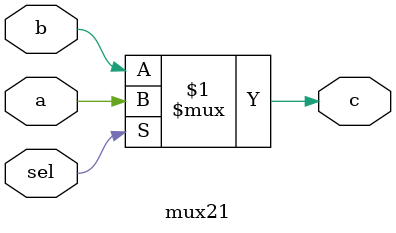
<source format=v>
module mux21(	// file.cleaned.mlir:2:3
  input  a,	// file.cleaned.mlir:2:23
         b,	// file.cleaned.mlir:2:35
         sel,	// file.cleaned.mlir:2:47
  output c	// file.cleaned.mlir:2:62
);

  assign c = sel ? a : b;	// file.cleaned.mlir:3:10, :4:5
endmodule


</source>
